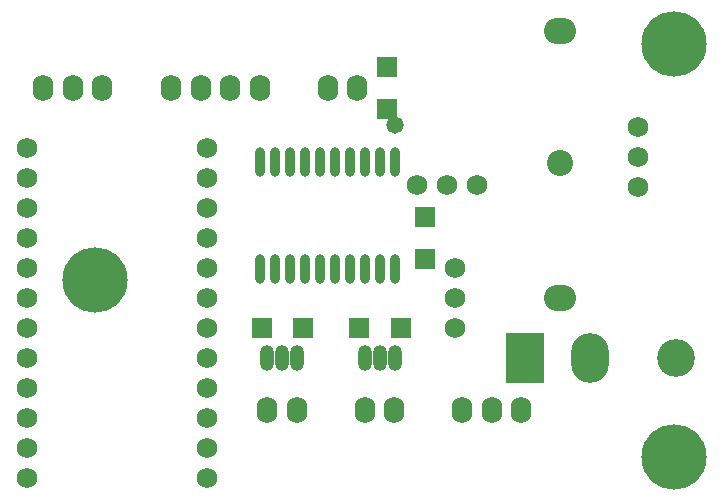
<source format=gbs>
G04 Layer_Color=16711935*
%FSLAX25Y25*%
%MOIN*%
G70*
G01*
G75*
%ADD30C,0.12611*%
%ADD31O,0.12611X0.16548*%
%ADD32R,0.12611X0.16548*%
%ADD33C,0.06800*%
%ADD34C,0.08674*%
%ADD35O,0.10642X0.08674*%
%ADD36C,0.21745*%
%ADD37O,0.06800X0.08800*%
%ADD38O,0.04737X0.08674*%
%ADD39O,0.04737X0.08674*%
%ADD40C,0.05800*%
%ADD41R,0.06706X0.06706*%
%ADD42O,0.03162X0.09855*%
%ADD43R,0.06706X0.06706*%
D30*
X221240Y45000D02*
D03*
D31*
X192500D02*
D03*
D32*
X170846D02*
D03*
D33*
X208661Y102047D02*
D03*
Y112047D02*
D03*
Y122047D02*
D03*
X147500Y55000D02*
D03*
Y65000D02*
D03*
Y75000D02*
D03*
X5000Y5000D02*
D03*
Y15000D02*
D03*
Y25000D02*
D03*
Y35000D02*
D03*
Y45000D02*
D03*
Y55000D02*
D03*
Y65000D02*
D03*
Y75000D02*
D03*
Y85000D02*
D03*
Y95000D02*
D03*
Y105000D02*
D03*
Y115000D02*
D03*
X65000D02*
D03*
Y105000D02*
D03*
Y95000D02*
D03*
Y85000D02*
D03*
Y75000D02*
D03*
Y65000D02*
D03*
Y55000D02*
D03*
Y45000D02*
D03*
Y35000D02*
D03*
Y25000D02*
D03*
Y15000D02*
D03*
Y5000D02*
D03*
X135000Y102500D02*
D03*
X145000D02*
D03*
X155000D02*
D03*
D34*
X182500Y110000D02*
D03*
D35*
Y65000D02*
D03*
Y153976D02*
D03*
D36*
X27559Y70866D02*
D03*
X220472Y149606D02*
D03*
Y11811D02*
D03*
D37*
X10315Y135000D02*
D03*
X20157D02*
D03*
X30000D02*
D03*
X105157D02*
D03*
X115000D02*
D03*
X52972D02*
D03*
X62815D02*
D03*
X72658D02*
D03*
X82500D02*
D03*
X169685Y27500D02*
D03*
X159843D02*
D03*
X150000D02*
D03*
X127342D02*
D03*
X117500D02*
D03*
X94842D02*
D03*
X85000D02*
D03*
D38*
X117500Y45000D02*
D03*
X127500D02*
D03*
X85000D02*
D03*
X95000D02*
D03*
D39*
X122500D02*
D03*
X90000D02*
D03*
D40*
X127500Y122500D02*
D03*
D41*
X125000Y128110D02*
D03*
Y141890D02*
D03*
X137500Y78110D02*
D03*
Y91890D02*
D03*
D42*
X82500Y110413D02*
D03*
X87500D02*
D03*
X92500D02*
D03*
X97500D02*
D03*
X102500D02*
D03*
X107500D02*
D03*
X112500D02*
D03*
X117500D02*
D03*
X122500D02*
D03*
X127500D02*
D03*
X82500Y74587D02*
D03*
X87500D02*
D03*
X92500D02*
D03*
X97500D02*
D03*
X102500D02*
D03*
X107500D02*
D03*
X112500D02*
D03*
X117500D02*
D03*
X122500D02*
D03*
X127500D02*
D03*
D43*
X115610Y55000D02*
D03*
X129390D02*
D03*
X83110D02*
D03*
X96890D02*
D03*
M02*

</source>
